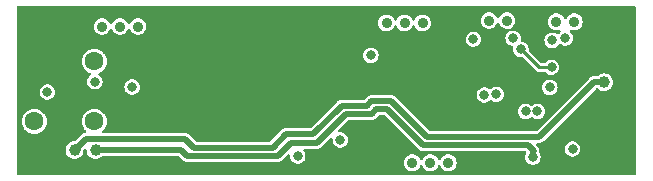
<source format=gbr>
%TF.GenerationSoftware,KiCad,Pcbnew,7.0.7*%
%TF.CreationDate,2024-07-30T16:01:34+03:00*%
%TF.ProjectId,Main_PCB_002,4d61696e-5f50-4434-925f-3030322e6b69,rev?*%
%TF.SameCoordinates,Original*%
%TF.FileFunction,Copper,L2,Inr*%
%TF.FilePolarity,Positive*%
%FSLAX46Y46*%
G04 Gerber Fmt 4.6, Leading zero omitted, Abs format (unit mm)*
G04 Created by KiCad (PCBNEW 7.0.7) date 2024-07-30 16:01:34*
%MOMM*%
%LPD*%
G01*
G04 APERTURE LIST*
%TA.AperFunction,ComponentPad*%
%ADD10C,0.900000*%
%TD*%
%TA.AperFunction,ComponentPad*%
%ADD11C,1.600000*%
%TD*%
%TA.AperFunction,ComponentPad*%
%ADD12C,2.200000*%
%TD*%
%TA.AperFunction,ComponentPad*%
%ADD13C,1.000000*%
%TD*%
%TA.AperFunction,ComponentPad*%
%ADD14C,0.499999*%
%TD*%
%TA.AperFunction,ViaPad*%
%ADD15C,0.800000*%
%TD*%
%TA.AperFunction,Conductor*%
%ADD16C,0.500000*%
%TD*%
%TA.AperFunction,Conductor*%
%ADD17C,0.250000*%
%TD*%
G04 APERTURE END LIST*
D10*
%TO.N,Net-(D11-Conn)*%
%TO.C,D27*%
X87325200Y-63855600D03*
%TD*%
D11*
%TO.N,Net-(D3-Conn)*%
%TO.C,D3*%
X60401200Y-60350400D03*
%TD*%
%TO.N,GND2*%
%TO.C,D19*%
X55321200Y-55270400D03*
%TD*%
D12*
%TO.N,GND2*%
%TO.C,D29*%
X55626000Y-63246000D03*
%TD*%
D10*
%TO.N,Net-(D12-Conn)*%
%TO.C,D12*%
X62585600Y-52324000D03*
%TD*%
D11*
%TO.N,Net-(D2-Conn)*%
%TO.C,D2*%
X60401200Y-55270400D03*
%TD*%
D12*
%TO.N,GND2*%
%TO.C,D30*%
X104394000Y-52578000D03*
%TD*%
D10*
%TO.N,GND2*%
%TO.C,D20*%
X89712800Y-52019200D03*
%TD*%
D13*
%TO.N,GND2*%
%TO.C,D18*%
X103581200Y-58674000D03*
%TD*%
D10*
%TO.N,Net-(D13-Conn)*%
%TO.C,D22*%
X88188800Y-52019200D03*
%TD*%
D11*
%TO.N,Net-(D1-Conn)*%
%TO.C,D1*%
X55321200Y-60350400D03*
%TD*%
D10*
%TO.N,Net-(D12-Conn)*%
%TO.C,D25*%
X88849200Y-63855600D03*
%TD*%
%TO.N,GND2*%
%TO.C,D21*%
X91897200Y-63855600D03*
%TD*%
%TO.N,GND2*%
%TO.C,D10*%
X97993200Y-51917600D03*
%TD*%
%TO.N,Net-(D7-Conn)*%
%TO.C,D7*%
X95351600Y-51816000D03*
%TD*%
%TO.N,Net-(D12-Conn)*%
%TO.C,D24*%
X86664800Y-52019200D03*
%TD*%
D13*
%TO.N,Net-(D16-Conn)*%
%TO.C,D17*%
X103581200Y-57048400D03*
%TD*%
D14*
%TO.N,GND2*%
%TO.C,U4*%
X81012599Y-57067600D03*
X82012600Y-55867600D03*
X82012600Y-57067600D03*
X82012600Y-58267600D03*
X83012601Y-57067600D03*
%TD*%
D10*
%TO.N,Net-(D13-Conn)*%
%TO.C,D23*%
X90373200Y-63855600D03*
%TD*%
%TO.N,Net-(D13-Conn)*%
%TO.C,D13*%
X61061600Y-52324000D03*
%TD*%
D13*
%TO.N,Net-(D16-Conn)*%
%TO.C,D16*%
X58724800Y-62788800D03*
%TD*%
D10*
%TO.N,Net-(D11-Conn)*%
%TO.C,D11*%
X64109600Y-52324000D03*
%TD*%
%TO.N,Net-(D8-Conn)*%
%TO.C,D8*%
X101041200Y-51917600D03*
%TD*%
D12*
%TO.N,GND2*%
%TO.C,D28*%
X55626000Y-52324000D03*
%TD*%
D14*
%TO.N,GND2*%
%TO.C,U3*%
X83539899Y-61385600D03*
X84539900Y-60185600D03*
X84539900Y-61385600D03*
X84539900Y-62585600D03*
X85539901Y-61385600D03*
%TD*%
D10*
%TO.N,Net-(D9-Conn)*%
%TO.C,D9*%
X99517200Y-51917600D03*
%TD*%
%TO.N,GND2*%
%TO.C,D14*%
X59563000Y-52349400D03*
%TD*%
%TO.N,Net-(D6-Conn)*%
%TO.C,D6*%
X93827600Y-51816000D03*
%TD*%
D12*
%TO.N,GND2*%
%TO.C,D31*%
X104394000Y-63246000D03*
%TD*%
D13*
%TO.N,Net-(D15-Conn)*%
%TO.C,D15*%
X60502800Y-62788800D03*
%TD*%
D10*
%TO.N,Net-(D11-Conn)*%
%TO.C,D26*%
X85140800Y-52019200D03*
%TD*%
D15*
%TO.N,Net-(U2-PA5)*%
X98971353Y-57486101D03*
X56426100Y-57873900D03*
%TO.N,GND2*%
X99629577Y-61401247D03*
X94192352Y-56031975D03*
X99656259Y-56637226D03*
X73609200Y-55930800D03*
X94661803Y-59513546D03*
X73609200Y-59080400D03*
X95910400Y-63385100D03*
X102362000Y-54203600D03*
X73609200Y-60096400D03*
X79095600Y-55626000D03*
X73660000Y-54762400D03*
X86614000Y-57150000D03*
X77384701Y-53457901D03*
X73609200Y-58013600D03*
X67056000Y-59436000D03*
X104241600Y-55422800D03*
X73609200Y-61163200D03*
X65278000Y-55118000D03*
X88290400Y-57759600D03*
X75666600Y-52247800D03*
%TO.N,Net-(D7-Conn)*%
X97924745Y-59514700D03*
%TO.N,Net-(D11-Conn)*%
X77622400Y-63296800D03*
%TO.N,Net-(D13-Conn)*%
X100888800Y-62687200D03*
%TO.N,Net-(D15-Conn)*%
X97536000Y-63385100D03*
%TO.N,Net-(D6-Conn)*%
X96925243Y-59514700D03*
%TO.N,Net-(U2-PB5)*%
X60452000Y-56997600D03*
X95855301Y-53315500D03*
%TO.N,Net-(U2-PB4)*%
X96520000Y-54254400D03*
X63601600Y-57454343D03*
X99110800Y-55778400D03*
%TO.N,Net-(U2-PA1)*%
X92494408Y-53397971D03*
X93421200Y-58115200D03*
%TO.N,Net-(U2-PA0)*%
X94437200Y-58064400D03*
X83820000Y-54762400D03*
%TO.N,Net-(D12-Conn)*%
X100279200Y-53289200D03*
%TO.N,Net-(U2-PB3)*%
X99161600Y-53492400D03*
X81229200Y-61925200D03*
X81229200Y-61925200D03*
%TD*%
D16*
%TO.N,Net-(D16-Conn)*%
X68087200Y-61838800D02*
X68834000Y-62585600D01*
X78943200Y-61417200D02*
X81330800Y-59029600D01*
X68834000Y-62585600D02*
X75488800Y-62585600D01*
X98044000Y-61671200D02*
X102666800Y-57048400D01*
X75488800Y-62585600D02*
X76657200Y-61417200D01*
X76657200Y-61417200D02*
X78943200Y-61417200D01*
X83859600Y-58634400D02*
X85507599Y-58634400D01*
X58724800Y-62788800D02*
X59674800Y-61838800D01*
X59674800Y-61838800D02*
X68087200Y-61838800D01*
X102666800Y-57048400D02*
X103581200Y-57048400D01*
X83464400Y-59029600D02*
X83859600Y-58634400D01*
X85507599Y-58634400D02*
X88544400Y-61671200D01*
X88544400Y-61671200D02*
X98044000Y-61671200D01*
X81330800Y-59029600D02*
X83464400Y-59029600D01*
%TO.N,Net-(D15-Conn)*%
X60502800Y-62788800D02*
X67767200Y-62788800D01*
X97536000Y-62890400D02*
X97536000Y-63385100D01*
X97586800Y-62839600D02*
X97536000Y-62890400D01*
X67767200Y-62788800D02*
X68264000Y-63285600D01*
X79248000Y-62179200D02*
X81697600Y-59729600D01*
X81697600Y-59729600D02*
X83882000Y-59729600D01*
X75946000Y-63285600D02*
X77052400Y-62179200D01*
X85217650Y-59334400D02*
X88265650Y-62382400D01*
X83882000Y-59729600D02*
X84277200Y-59334400D01*
X77052400Y-62179200D02*
X79248000Y-62179200D01*
X84277200Y-59334400D02*
X85217650Y-59334400D01*
X68264000Y-63285600D02*
X75946000Y-63285600D01*
X88265650Y-62382400D02*
X97129600Y-62382400D01*
X97129600Y-62382400D02*
X97586800Y-62839600D01*
D17*
%TO.N,Net-(U2-PB4)*%
X99110800Y-55778400D02*
X98044000Y-55778400D01*
X98044000Y-55778400D02*
X96520000Y-54254400D01*
%TD*%
%TA.AperFunction,Conductor*%
%TO.N,GND2*%
G36*
X106206139Y-50576185D02*
G01*
X106251894Y-50628989D01*
X106263100Y-50680500D01*
X106263100Y-64787900D01*
X106243415Y-64854939D01*
X106190611Y-64900694D01*
X106139100Y-64911900D01*
X53982500Y-64911900D01*
X53915461Y-64892215D01*
X53869706Y-64839411D01*
X53858500Y-64787900D01*
X53858500Y-62788802D01*
X57969551Y-62788802D01*
X57988485Y-62956856D01*
X58044345Y-63116494D01*
X58044347Y-63116497D01*
X58134318Y-63259684D01*
X58134323Y-63259690D01*
X58253909Y-63379276D01*
X58253915Y-63379281D01*
X58397102Y-63469252D01*
X58397105Y-63469254D01*
X58397109Y-63469255D01*
X58397110Y-63469256D01*
X58469713Y-63494660D01*
X58556743Y-63525114D01*
X58724797Y-63544049D01*
X58724800Y-63544049D01*
X58724803Y-63544049D01*
X58892856Y-63525114D01*
X58892859Y-63525113D01*
X59052490Y-63469256D01*
X59052492Y-63469254D01*
X59052494Y-63469254D01*
X59052497Y-63469252D01*
X59195684Y-63379281D01*
X59195685Y-63379280D01*
X59195690Y-63379277D01*
X59315277Y-63259690D01*
X59336142Y-63226484D01*
X59405252Y-63116497D01*
X59405254Y-63116494D01*
X59405254Y-63116492D01*
X59405256Y-63116490D01*
X59461113Y-62956859D01*
X59461113Y-62956857D01*
X59461114Y-62956855D01*
X59480829Y-62781880D01*
X59483156Y-62782142D01*
X59499734Y-62725687D01*
X59516366Y-62705047D01*
X59523596Y-62697817D01*
X59536963Y-62684449D01*
X59598283Y-62650964D01*
X59667975Y-62655947D01*
X59723909Y-62697817D01*
X59748328Y-62763281D01*
X59747865Y-62786006D01*
X59747551Y-62788794D01*
X59747551Y-62788802D01*
X59766485Y-62956856D01*
X59822345Y-63116494D01*
X59822347Y-63116497D01*
X59912318Y-63259684D01*
X59912323Y-63259690D01*
X60031909Y-63379276D01*
X60031915Y-63379281D01*
X60175102Y-63469252D01*
X60175105Y-63469254D01*
X60175109Y-63469255D01*
X60175110Y-63469256D01*
X60247713Y-63494660D01*
X60334743Y-63525114D01*
X60502797Y-63544049D01*
X60502800Y-63544049D01*
X60502803Y-63544049D01*
X60670856Y-63525114D01*
X60670859Y-63525113D01*
X60830490Y-63469256D01*
X60830492Y-63469254D01*
X60830494Y-63469254D01*
X60830497Y-63469252D01*
X60973684Y-63379281D01*
X60973685Y-63379280D01*
X60973690Y-63379277D01*
X61027347Y-63325618D01*
X61088671Y-63292134D01*
X61115029Y-63289300D01*
X67508524Y-63289300D01*
X67575563Y-63308985D01*
X67596205Y-63325619D01*
X67862614Y-63592027D01*
X67879250Y-63612671D01*
X67881857Y-63616728D01*
X67921063Y-63650700D01*
X67924304Y-63653717D01*
X67935407Y-63664820D01*
X67935410Y-63664822D01*
X67935412Y-63664824D01*
X67947970Y-63674225D01*
X67951418Y-63677003D01*
X67990623Y-63710974D01*
X67990624Y-63710975D01*
X67990625Y-63710975D01*
X67990627Y-63710977D01*
X67995010Y-63712979D01*
X68017807Y-63726505D01*
X68021669Y-63729396D01*
X68070295Y-63747532D01*
X68074351Y-63749212D01*
X68096457Y-63759308D01*
X68121540Y-63770764D01*
X68121541Y-63770764D01*
X68121543Y-63770765D01*
X68126312Y-63771450D01*
X68152002Y-63778007D01*
X68156517Y-63779691D01*
X68208258Y-63783391D01*
X68212657Y-63783864D01*
X68228201Y-63786100D01*
X68243906Y-63786100D01*
X68248328Y-63786257D01*
X68300073Y-63789959D01*
X68304784Y-63788934D01*
X68331143Y-63786100D01*
X75878857Y-63786100D01*
X75905215Y-63788934D01*
X75909927Y-63789959D01*
X75961671Y-63786257D01*
X75966094Y-63786100D01*
X75981799Y-63786100D01*
X75997342Y-63783864D01*
X76001740Y-63783391D01*
X76053483Y-63779691D01*
X76057992Y-63778008D01*
X76083685Y-63771450D01*
X76088457Y-63770765D01*
X76135646Y-63749213D01*
X76139736Y-63747520D01*
X76168638Y-63736740D01*
X76188329Y-63729397D01*
X76188329Y-63729396D01*
X76188331Y-63729396D01*
X76192189Y-63726507D01*
X76214995Y-63712975D01*
X76219373Y-63710977D01*
X76258564Y-63677016D01*
X76262014Y-63674237D01*
X76264930Y-63672053D01*
X76274593Y-63664821D01*
X76285720Y-63653692D01*
X76288925Y-63650709D01*
X76328143Y-63616728D01*
X76330751Y-63612668D01*
X76347381Y-63592031D01*
X76757882Y-63181531D01*
X76819202Y-63148048D01*
X76888894Y-63153032D01*
X76944827Y-63194904D01*
X76969244Y-63260368D01*
X76968656Y-63284156D01*
X76967122Y-63296793D01*
X76967122Y-63296800D01*
X76986162Y-63453618D01*
X77035487Y-63583676D01*
X77042180Y-63601323D01*
X77131917Y-63731330D01*
X77250160Y-63836083D01*
X77250162Y-63836084D01*
X77390034Y-63909496D01*
X77543414Y-63947300D01*
X77543415Y-63947300D01*
X77701385Y-63947300D01*
X77854765Y-63909496D01*
X77854765Y-63909495D01*
X77957453Y-63855600D01*
X86619555Y-63855600D01*
X86640059Y-64024469D01*
X86640060Y-64024474D01*
X86700382Y-64183531D01*
X86762675Y-64273777D01*
X86797017Y-64323529D01*
X86902705Y-64417160D01*
X86924350Y-64436336D01*
X87074973Y-64515389D01*
X87074975Y-64515390D01*
X87240144Y-64556100D01*
X87410256Y-64556100D01*
X87575425Y-64515390D01*
X87654892Y-64473681D01*
X87726049Y-64436336D01*
X87726050Y-64436334D01*
X87726052Y-64436334D01*
X87853383Y-64323529D01*
X87950018Y-64183530D01*
X87971258Y-64127523D01*
X88013435Y-64071821D01*
X88079033Y-64047763D01*
X88147223Y-64062990D01*
X88196357Y-64112665D01*
X88203142Y-64127524D01*
X88224381Y-64183528D01*
X88224382Y-64183531D01*
X88286675Y-64273777D01*
X88321017Y-64323529D01*
X88426705Y-64417160D01*
X88448350Y-64436336D01*
X88598973Y-64515389D01*
X88598975Y-64515390D01*
X88764144Y-64556100D01*
X88934256Y-64556100D01*
X89099425Y-64515390D01*
X89178892Y-64473681D01*
X89250049Y-64436336D01*
X89250050Y-64436334D01*
X89250052Y-64436334D01*
X89377383Y-64323529D01*
X89474018Y-64183530D01*
X89495258Y-64127523D01*
X89537435Y-64071821D01*
X89603033Y-64047763D01*
X89671223Y-64062990D01*
X89720357Y-64112665D01*
X89727142Y-64127524D01*
X89748381Y-64183528D01*
X89748382Y-64183531D01*
X89810675Y-64273777D01*
X89845017Y-64323529D01*
X89950705Y-64417160D01*
X89972350Y-64436336D01*
X90122973Y-64515389D01*
X90122975Y-64515390D01*
X90288144Y-64556100D01*
X90458256Y-64556100D01*
X90623425Y-64515390D01*
X90702892Y-64473681D01*
X90774049Y-64436336D01*
X90774050Y-64436334D01*
X90774052Y-64436334D01*
X90901383Y-64323529D01*
X90998018Y-64183530D01*
X91058340Y-64024472D01*
X91078845Y-63855600D01*
X91058340Y-63686728D01*
X91054103Y-63675557D01*
X91025951Y-63601324D01*
X90998018Y-63527670D01*
X90901383Y-63387671D01*
X90802305Y-63299896D01*
X90774049Y-63274863D01*
X90623426Y-63195810D01*
X90458256Y-63155100D01*
X90288144Y-63155100D01*
X90122973Y-63195810D01*
X89972350Y-63274863D01*
X89845016Y-63387672D01*
X89748382Y-63527668D01*
X89748382Y-63527669D01*
X89727142Y-63583676D01*
X89684964Y-63639379D01*
X89619367Y-63663436D01*
X89551176Y-63648209D01*
X89502043Y-63598533D01*
X89495258Y-63583676D01*
X89474018Y-63527670D01*
X89377383Y-63387671D01*
X89278305Y-63299896D01*
X89250049Y-63274863D01*
X89099426Y-63195810D01*
X88934256Y-63155100D01*
X88764144Y-63155100D01*
X88598973Y-63195810D01*
X88448350Y-63274863D01*
X88321016Y-63387672D01*
X88224382Y-63527668D01*
X88224382Y-63527669D01*
X88203142Y-63583676D01*
X88160964Y-63639379D01*
X88095367Y-63663436D01*
X88027176Y-63648209D01*
X87978043Y-63598533D01*
X87971258Y-63583676D01*
X87950018Y-63527670D01*
X87853383Y-63387671D01*
X87754305Y-63299896D01*
X87726049Y-63274863D01*
X87575426Y-63195810D01*
X87410256Y-63155100D01*
X87240144Y-63155100D01*
X87074973Y-63195810D01*
X86924350Y-63274863D01*
X86797016Y-63387672D01*
X86700382Y-63527668D01*
X86640060Y-63686725D01*
X86640059Y-63686730D01*
X86619555Y-63855600D01*
X77957453Y-63855600D01*
X77994640Y-63836083D01*
X78112883Y-63731330D01*
X78202620Y-63601323D01*
X78258637Y-63453618D01*
X78277678Y-63296800D01*
X78277112Y-63292134D01*
X78258637Y-63139981D01*
X78207015Y-63003866D01*
X78202620Y-62992277D01*
X78121075Y-62874139D01*
X78099193Y-62807786D01*
X78116658Y-62740134D01*
X78167926Y-62692664D01*
X78223126Y-62679700D01*
X79180857Y-62679700D01*
X79207215Y-62682534D01*
X79211927Y-62683559D01*
X79263671Y-62679857D01*
X79268094Y-62679700D01*
X79283799Y-62679700D01*
X79299342Y-62677464D01*
X79303740Y-62676991D01*
X79355483Y-62673291D01*
X79359992Y-62671608D01*
X79385685Y-62665050D01*
X79390457Y-62664365D01*
X79437646Y-62642813D01*
X79441728Y-62641122D01*
X79470638Y-62630340D01*
X79490329Y-62622997D01*
X79490329Y-62622996D01*
X79490331Y-62622996D01*
X79494189Y-62620107D01*
X79516995Y-62606575D01*
X79521373Y-62604577D01*
X79560564Y-62570616D01*
X79564014Y-62567837D01*
X79566930Y-62565653D01*
X79576593Y-62558421D01*
X79587720Y-62547292D01*
X79590925Y-62544309D01*
X79630143Y-62510328D01*
X79632751Y-62506268D01*
X79649381Y-62485631D01*
X80370154Y-61764858D01*
X80431475Y-61731375D01*
X80501167Y-61736359D01*
X80557100Y-61778231D01*
X80581517Y-61843695D01*
X80580929Y-61867486D01*
X80573922Y-61925198D01*
X80573922Y-61925200D01*
X80592962Y-62082018D01*
X80648980Y-62229722D01*
X80648980Y-62229723D01*
X80738717Y-62359730D01*
X80856960Y-62464483D01*
X80856962Y-62464484D01*
X80996834Y-62537896D01*
X81150214Y-62575700D01*
X81150215Y-62575700D01*
X81308185Y-62575700D01*
X81461565Y-62537896D01*
X81464082Y-62536575D01*
X81601440Y-62464483D01*
X81719683Y-62359730D01*
X81809420Y-62229723D01*
X81865437Y-62082018D01*
X81884478Y-61925200D01*
X81865437Y-61768382D01*
X81864101Y-61764860D01*
X81844192Y-61712363D01*
X81809420Y-61620677D01*
X81719683Y-61490670D01*
X81601440Y-61385917D01*
X81601438Y-61385916D01*
X81601437Y-61385915D01*
X81461565Y-61312503D01*
X81308186Y-61274700D01*
X81308185Y-61274700D01*
X81159676Y-61274700D01*
X81092637Y-61255015D01*
X81046882Y-61202211D01*
X81036938Y-61133053D01*
X81065963Y-61069497D01*
X81071995Y-61063019D01*
X81868595Y-60266419D01*
X81929918Y-60232934D01*
X81956276Y-60230100D01*
X83814857Y-60230100D01*
X83841215Y-60232934D01*
X83845927Y-60233959D01*
X83897671Y-60230257D01*
X83902094Y-60230100D01*
X83917799Y-60230100D01*
X83933342Y-60227864D01*
X83937740Y-60227391D01*
X83989483Y-60223691D01*
X83993992Y-60222008D01*
X84019685Y-60215450D01*
X84024457Y-60214765D01*
X84071646Y-60193213D01*
X84075728Y-60191522D01*
X84104638Y-60180740D01*
X84124329Y-60173397D01*
X84124329Y-60173396D01*
X84124331Y-60173396D01*
X84128189Y-60170507D01*
X84150995Y-60156975D01*
X84155373Y-60154977D01*
X84194564Y-60121016D01*
X84198014Y-60118237D01*
X84200930Y-60116053D01*
X84210593Y-60108821D01*
X84221720Y-60097692D01*
X84224925Y-60094709D01*
X84264143Y-60060728D01*
X84266751Y-60056670D01*
X84283381Y-60036031D01*
X84448196Y-59871217D01*
X84509518Y-59837734D01*
X84535876Y-59834900D01*
X84958974Y-59834900D01*
X85026013Y-59854585D01*
X85046655Y-59871219D01*
X87864264Y-62688828D01*
X87880896Y-62709466D01*
X87883504Y-62713525D01*
X87883507Y-62713528D01*
X87922717Y-62747503D01*
X87925933Y-62750497D01*
X87937057Y-62761621D01*
X87937062Y-62761624D01*
X87937067Y-62761629D01*
X87949629Y-62771033D01*
X87953077Y-62773811D01*
X87983597Y-62800256D01*
X87992277Y-62807777D01*
X87996660Y-62809779D01*
X88019457Y-62823305D01*
X88023319Y-62826196D01*
X88071945Y-62844332D01*
X88076001Y-62846012D01*
X88098107Y-62856108D01*
X88123190Y-62867564D01*
X88123191Y-62867564D01*
X88123193Y-62867565D01*
X88127962Y-62868250D01*
X88153652Y-62874807D01*
X88158167Y-62876491D01*
X88209908Y-62880191D01*
X88214307Y-62880664D01*
X88229851Y-62882900D01*
X88245556Y-62882900D01*
X88249978Y-62883057D01*
X88301723Y-62886759D01*
X88306434Y-62885734D01*
X88332793Y-62882900D01*
X96855965Y-62882900D01*
X96923004Y-62902585D01*
X96968759Y-62955389D01*
X96978703Y-63024547D01*
X96958015Y-63077337D01*
X96956466Y-63079582D01*
X96955779Y-63080578D01*
X96899762Y-63228281D01*
X96880722Y-63385099D01*
X96880722Y-63385100D01*
X96899762Y-63541918D01*
X96946370Y-63664811D01*
X96955780Y-63689623D01*
X97045517Y-63819630D01*
X97163760Y-63924383D01*
X97163762Y-63924384D01*
X97303634Y-63997796D01*
X97457014Y-64035600D01*
X97457015Y-64035600D01*
X97614985Y-64035600D01*
X97768365Y-63997796D01*
X97768364Y-63997795D01*
X97908240Y-63924383D01*
X98026483Y-63819630D01*
X98116220Y-63689623D01*
X98172237Y-63541918D01*
X98191278Y-63385100D01*
X98190572Y-63379281D01*
X98172237Y-63228281D01*
X98131826Y-63121728D01*
X98116220Y-63080577D01*
X98097684Y-63053723D01*
X98075801Y-62987369D01*
X98080902Y-62956168D01*
X98079005Y-62955756D01*
X98080890Y-62947087D01*
X98080890Y-62947085D01*
X98080891Y-62947083D01*
X98082838Y-62919851D01*
X98085356Y-62902342D01*
X98089551Y-62883058D01*
X98091158Y-62875673D01*
X98089210Y-62848440D01*
X98089210Y-62830770D01*
X98091159Y-62803527D01*
X98085354Y-62776845D01*
X98082837Y-62759331D01*
X98082094Y-62748946D01*
X98080891Y-62732117D01*
X98071349Y-62706536D01*
X98066371Y-62689580D01*
X98065853Y-62687200D01*
X100233522Y-62687200D01*
X100252562Y-62844018D01*
X100295358Y-62956859D01*
X100308580Y-62991723D01*
X100398317Y-63121730D01*
X100516560Y-63226483D01*
X100516562Y-63226484D01*
X100656434Y-63299896D01*
X100809814Y-63337700D01*
X100809815Y-63337700D01*
X100967785Y-63337700D01*
X101121165Y-63299896D01*
X101141354Y-63289300D01*
X101261040Y-63226483D01*
X101379283Y-63121730D01*
X101469020Y-62991723D01*
X101525037Y-62844018D01*
X101544078Y-62687200D01*
X101543512Y-62682534D01*
X101525037Y-62530381D01*
X101488791Y-62434809D01*
X101469020Y-62382677D01*
X101379283Y-62252670D01*
X101261040Y-62147917D01*
X101261038Y-62147916D01*
X101261037Y-62147915D01*
X101121165Y-62074503D01*
X100967786Y-62036700D01*
X100967785Y-62036700D01*
X100809815Y-62036700D01*
X100809814Y-62036700D01*
X100656434Y-62074503D01*
X100516562Y-62147915D01*
X100398316Y-62252671D01*
X100308581Y-62382675D01*
X100308580Y-62382676D01*
X100252562Y-62530381D01*
X100233522Y-62687199D01*
X100233522Y-62687200D01*
X98065853Y-62687200D01*
X98060566Y-62662894D01*
X98060564Y-62662891D01*
X98060564Y-62662889D01*
X98047481Y-62638929D01*
X98040131Y-62622835D01*
X98030597Y-62597273D01*
X98030594Y-62597268D01*
X98014238Y-62575419D01*
X98004675Y-62560539D01*
X97991591Y-62536577D01*
X97889823Y-62434809D01*
X97838394Y-62383380D01*
X97804910Y-62322058D01*
X97809894Y-62252366D01*
X97851766Y-62196433D01*
X97917230Y-62172016D01*
X97926076Y-62171700D01*
X97976857Y-62171700D01*
X98003215Y-62174534D01*
X98007927Y-62175559D01*
X98059671Y-62171857D01*
X98064094Y-62171700D01*
X98079799Y-62171700D01*
X98095342Y-62169464D01*
X98099740Y-62168991D01*
X98151483Y-62165291D01*
X98155992Y-62163608D01*
X98181685Y-62157050D01*
X98186457Y-62156365D01*
X98233646Y-62134813D01*
X98237728Y-62133122D01*
X98266638Y-62122340D01*
X98286329Y-62114997D01*
X98286329Y-62114996D01*
X98286331Y-62114996D01*
X98290189Y-62112107D01*
X98312995Y-62098575D01*
X98317373Y-62096577D01*
X98356564Y-62062616D01*
X98360014Y-62059837D01*
X98362930Y-62057653D01*
X98372593Y-62050421D01*
X98383720Y-62039292D01*
X98386925Y-62036309D01*
X98426143Y-62002328D01*
X98428751Y-61998268D01*
X98445381Y-61977631D01*
X102837794Y-57585219D01*
X102899118Y-57551734D01*
X102925476Y-57548900D01*
X102968971Y-57548900D01*
X103036010Y-57568585D01*
X103056652Y-57585219D01*
X103110309Y-57638876D01*
X103110315Y-57638881D01*
X103253502Y-57728852D01*
X103253505Y-57728854D01*
X103253509Y-57728855D01*
X103253510Y-57728856D01*
X103326113Y-57754260D01*
X103413143Y-57784714D01*
X103581197Y-57803649D01*
X103581200Y-57803649D01*
X103581203Y-57803649D01*
X103749256Y-57784714D01*
X103749259Y-57784713D01*
X103908890Y-57728856D01*
X103908892Y-57728854D01*
X103908894Y-57728854D01*
X103908897Y-57728852D01*
X104052084Y-57638881D01*
X104052085Y-57638880D01*
X104052090Y-57638877D01*
X104171677Y-57519290D01*
X104171681Y-57519284D01*
X104261652Y-57376097D01*
X104261654Y-57376094D01*
X104261654Y-57376092D01*
X104261656Y-57376090D01*
X104317513Y-57216459D01*
X104317513Y-57216458D01*
X104317514Y-57216456D01*
X104336449Y-57048402D01*
X104336449Y-57048397D01*
X104317514Y-56880343D01*
X104269094Y-56741968D01*
X104261656Y-56720710D01*
X104261655Y-56720709D01*
X104261654Y-56720705D01*
X104261652Y-56720702D01*
X104171681Y-56577515D01*
X104171676Y-56577509D01*
X104052090Y-56457923D01*
X104052084Y-56457918D01*
X103908897Y-56367947D01*
X103908894Y-56367945D01*
X103749256Y-56312085D01*
X103581203Y-56293151D01*
X103581197Y-56293151D01*
X103413143Y-56312085D01*
X103253505Y-56367945D01*
X103253502Y-56367947D01*
X103110315Y-56457918D01*
X103110309Y-56457923D01*
X103056652Y-56511581D01*
X102995329Y-56545066D01*
X102968971Y-56547900D01*
X102733938Y-56547900D01*
X102707581Y-56545066D01*
X102702876Y-56544042D01*
X102702868Y-56544042D01*
X102658157Y-56547240D01*
X102651137Y-56547742D01*
X102646715Y-56547900D01*
X102630999Y-56547900D01*
X102615446Y-56550136D01*
X102611050Y-56550608D01*
X102559317Y-56554309D01*
X102559314Y-56554310D01*
X102554796Y-56555995D01*
X102529120Y-56562548D01*
X102524341Y-56563235D01*
X102477155Y-56584784D01*
X102473067Y-56586477D01*
X102424468Y-56604605D01*
X102424467Y-56604606D01*
X102420602Y-56607499D01*
X102397820Y-56621016D01*
X102393431Y-56623020D01*
X102393430Y-56623021D01*
X102393428Y-56623022D01*
X102393427Y-56623023D01*
X102378994Y-56635528D01*
X102354217Y-56656997D01*
X102350773Y-56659772D01*
X102338206Y-56669180D01*
X102338202Y-56669183D01*
X102338203Y-56669183D01*
X102327090Y-56680293D01*
X102323856Y-56683304D01*
X102284662Y-56717266D01*
X102284654Y-56717276D01*
X102282043Y-56721338D01*
X102265416Y-56741968D01*
X97873005Y-61134381D01*
X97811682Y-61167866D01*
X97785324Y-61170700D01*
X88803076Y-61170700D01*
X88736037Y-61151015D01*
X88715395Y-61134381D01*
X87095713Y-59514700D01*
X96269965Y-59514700D01*
X96289005Y-59671518D01*
X96345023Y-59819222D01*
X96345023Y-59819223D01*
X96434760Y-59949230D01*
X96553003Y-60053983D01*
X96553005Y-60053984D01*
X96692877Y-60127396D01*
X96846257Y-60165200D01*
X96846258Y-60165200D01*
X97004228Y-60165200D01*
X97157608Y-60127396D01*
X97219927Y-60094688D01*
X97297483Y-60053983D01*
X97342768Y-60013863D01*
X97405999Y-59984143D01*
X97475263Y-59993326D01*
X97507217Y-60013861D01*
X97552505Y-60053983D01*
X97552507Y-60053984D01*
X97692379Y-60127396D01*
X97845759Y-60165200D01*
X97845760Y-60165200D01*
X98003730Y-60165200D01*
X98157110Y-60127396D01*
X98219429Y-60094688D01*
X98296985Y-60053983D01*
X98415228Y-59949230D01*
X98504965Y-59819223D01*
X98560982Y-59671518D01*
X98580023Y-59514700D01*
X98574926Y-59472717D01*
X98560982Y-59357881D01*
X98537065Y-59294817D01*
X98504965Y-59210177D01*
X98415228Y-59080170D01*
X98296985Y-58975417D01*
X98296983Y-58975416D01*
X98296982Y-58975415D01*
X98157110Y-58902003D01*
X98003731Y-58864200D01*
X98003730Y-58864200D01*
X97845760Y-58864200D01*
X97845759Y-58864200D01*
X97692379Y-58902003D01*
X97552507Y-58975415D01*
X97507221Y-59015535D01*
X97443987Y-59045256D01*
X97374724Y-59036072D01*
X97342767Y-59015535D01*
X97297483Y-58975417D01*
X97297481Y-58975416D01*
X97297480Y-58975415D01*
X97157608Y-58902003D01*
X97004229Y-58864200D01*
X97004228Y-58864200D01*
X96846258Y-58864200D01*
X96846257Y-58864200D01*
X96692877Y-58902003D01*
X96553005Y-58975415D01*
X96434759Y-59080171D01*
X96345024Y-59210175D01*
X96345023Y-59210176D01*
X96289005Y-59357881D01*
X96269965Y-59514699D01*
X96269965Y-59514700D01*
X87095713Y-59514700D01*
X85908984Y-58327971D01*
X85892349Y-58307328D01*
X85889744Y-58303274D01*
X85889741Y-58303271D01*
X85882746Y-58297210D01*
X85850531Y-58269296D01*
X85847299Y-58266286D01*
X85836195Y-58255182D01*
X85836187Y-58255175D01*
X85823612Y-58245762D01*
X85820182Y-58242998D01*
X85780972Y-58209023D01*
X85780970Y-58209022D01*
X85780966Y-58209019D01*
X85776582Y-58207017D01*
X85753793Y-58193496D01*
X85749930Y-58190604D01*
X85749928Y-58190603D01*
X85701315Y-58172471D01*
X85697241Y-58170783D01*
X85650056Y-58149235D01*
X85650054Y-58149234D01*
X85645281Y-58148548D01*
X85619599Y-58141993D01*
X85615084Y-58140309D01*
X85563339Y-58136607D01*
X85558942Y-58136134D01*
X85543398Y-58133900D01*
X85527693Y-58133900D01*
X85523270Y-58133742D01*
X85505682Y-58132484D01*
X85471528Y-58130041D01*
X85471524Y-58130041D01*
X85466814Y-58131066D01*
X85440456Y-58133900D01*
X83926743Y-58133900D01*
X83900385Y-58131066D01*
X83895674Y-58130041D01*
X83895670Y-58130041D01*
X83857152Y-58132796D01*
X83843928Y-58133742D01*
X83839506Y-58133900D01*
X83823799Y-58133900D01*
X83808256Y-58136134D01*
X83803860Y-58136607D01*
X83752117Y-58140309D01*
X83752113Y-58140310D01*
X83747586Y-58141998D01*
X83721927Y-58148546D01*
X83717150Y-58149233D01*
X83717143Y-58149235D01*
X83669953Y-58170785D01*
X83665864Y-58172478D01*
X83617275Y-58190600D01*
X83617264Y-58190606D01*
X83613399Y-58193500D01*
X83590620Y-58207015D01*
X83586236Y-58209017D01*
X83586226Y-58209023D01*
X83562276Y-58229775D01*
X83547033Y-58242984D01*
X83543596Y-58245754D01*
X83531002Y-58255181D01*
X83519891Y-58266292D01*
X83516655Y-58269305D01*
X83477461Y-58303267D01*
X83477450Y-58303280D01*
X83474840Y-58307341D01*
X83458215Y-58327969D01*
X83293403Y-58492782D01*
X83232083Y-58526266D01*
X83205724Y-58529100D01*
X81397943Y-58529100D01*
X81371585Y-58526266D01*
X81366874Y-58525241D01*
X81366870Y-58525241D01*
X81328352Y-58527996D01*
X81315128Y-58528942D01*
X81310706Y-58529100D01*
X81294999Y-58529100D01*
X81279456Y-58531334D01*
X81275060Y-58531807D01*
X81223317Y-58535509D01*
X81223313Y-58535510D01*
X81218786Y-58537198D01*
X81193127Y-58543746D01*
X81188350Y-58544433D01*
X81188343Y-58544435D01*
X81141153Y-58565985D01*
X81137064Y-58567678D01*
X81088475Y-58585800D01*
X81088468Y-58585804D01*
X81084600Y-58588700D01*
X81061819Y-58602217D01*
X81057428Y-58604222D01*
X81018228Y-58638187D01*
X81014788Y-58640960D01*
X81002208Y-58650378D01*
X80991098Y-58661486D01*
X80987864Y-58664497D01*
X80948658Y-58698470D01*
X80948656Y-58698473D01*
X80946045Y-58702536D01*
X80929415Y-58723170D01*
X78772205Y-60880381D01*
X78710882Y-60913866D01*
X78684524Y-60916700D01*
X76724343Y-60916700D01*
X76697985Y-60913866D01*
X76693274Y-60912841D01*
X76693270Y-60912841D01*
X76654752Y-60915596D01*
X76641528Y-60916542D01*
X76637106Y-60916700D01*
X76621399Y-60916700D01*
X76605856Y-60918934D01*
X76601460Y-60919407D01*
X76549717Y-60923109D01*
X76549713Y-60923110D01*
X76545186Y-60924798D01*
X76519527Y-60931346D01*
X76514750Y-60932033D01*
X76514743Y-60932035D01*
X76467553Y-60953585D01*
X76463464Y-60955278D01*
X76414875Y-60973400D01*
X76414864Y-60973406D01*
X76410999Y-60976300D01*
X76388220Y-60989815D01*
X76383836Y-60991817D01*
X76383826Y-60991823D01*
X76359876Y-61012575D01*
X76344628Y-61025787D01*
X76341196Y-61028554D01*
X76328602Y-61037981D01*
X76317491Y-61049092D01*
X76314255Y-61052105D01*
X76275061Y-61086067D01*
X76275054Y-61086076D01*
X76272443Y-61090138D01*
X76255816Y-61110768D01*
X75317805Y-62048781D01*
X75256482Y-62082266D01*
X75230124Y-62085100D01*
X69092676Y-62085100D01*
X69025637Y-62065415D01*
X69004995Y-62048781D01*
X68488585Y-61532371D01*
X68471950Y-61511728D01*
X68469345Y-61507674D01*
X68469342Y-61507671D01*
X68462347Y-61501610D01*
X68430132Y-61473696D01*
X68426900Y-61470686D01*
X68415796Y-61459582D01*
X68415788Y-61459575D01*
X68403213Y-61450162D01*
X68399783Y-61447398D01*
X68360573Y-61413423D01*
X68360571Y-61413422D01*
X68360567Y-61413419D01*
X68356183Y-61411417D01*
X68333394Y-61397896D01*
X68329531Y-61395004D01*
X68329529Y-61395003D01*
X68280916Y-61376871D01*
X68276842Y-61375183D01*
X68229657Y-61353635D01*
X68229655Y-61353634D01*
X68224882Y-61352948D01*
X68199200Y-61346393D01*
X68194685Y-61344709D01*
X68142940Y-61341007D01*
X68138543Y-61340534D01*
X68122999Y-61338300D01*
X68107294Y-61338300D01*
X68102871Y-61338142D01*
X68085283Y-61336884D01*
X68051129Y-61334441D01*
X68051125Y-61334441D01*
X68046415Y-61335466D01*
X68020057Y-61338300D01*
X61199911Y-61338300D01*
X61132872Y-61318615D01*
X61087117Y-61265811D01*
X61077173Y-61196653D01*
X61106198Y-61133097D01*
X61121246Y-61118447D01*
X61142086Y-61101343D01*
X61147610Y-61096810D01*
X61278885Y-60936850D01*
X61376432Y-60754354D01*
X61436500Y-60556334D01*
X61456783Y-60350400D01*
X61436500Y-60144466D01*
X61376432Y-59946446D01*
X61278885Y-59763950D01*
X61226902Y-59700609D01*
X61147610Y-59603989D01*
X60987652Y-59472717D01*
X60987653Y-59472717D01*
X60987650Y-59472715D01*
X60805154Y-59375168D01*
X60607134Y-59315100D01*
X60607132Y-59315099D01*
X60607134Y-59315099D01*
X60401200Y-59294817D01*
X60195267Y-59315099D01*
X59997243Y-59375169D01*
X59887098Y-59434043D01*
X59814750Y-59472715D01*
X59814748Y-59472716D01*
X59814747Y-59472717D01*
X59654789Y-59603989D01*
X59523517Y-59763947D01*
X59425969Y-59946443D01*
X59425968Y-59946445D01*
X59425968Y-59946446D01*
X59419098Y-59969092D01*
X59365899Y-60144467D01*
X59345617Y-60350399D01*
X59365899Y-60556332D01*
X59365900Y-60556334D01*
X59425968Y-60754354D01*
X59523515Y-60936850D01*
X59553511Y-60973400D01*
X59654789Y-61096810D01*
X59685161Y-61121735D01*
X59724496Y-61179481D01*
X59726367Y-61249326D01*
X59690180Y-61309094D01*
X59627424Y-61339810D01*
X59615346Y-61341273D01*
X59567316Y-61344709D01*
X59567313Y-61344710D01*
X59562786Y-61346398D01*
X59537127Y-61352946D01*
X59532350Y-61353633D01*
X59532343Y-61353635D01*
X59485153Y-61375185D01*
X59481064Y-61376878D01*
X59432475Y-61395000D01*
X59432464Y-61395006D01*
X59428599Y-61397900D01*
X59405820Y-61411415D01*
X59401436Y-61413417D01*
X59401426Y-61413423D01*
X59377476Y-61434175D01*
X59362233Y-61447384D01*
X59358796Y-61450154D01*
X59346202Y-61459581D01*
X59335091Y-61470692D01*
X59331855Y-61473705D01*
X59292661Y-61507667D01*
X59292654Y-61507676D01*
X59290043Y-61511738D01*
X59273416Y-61532368D01*
X58808553Y-61997232D01*
X58747230Y-62030717D01*
X58731676Y-62032389D01*
X58731720Y-62032771D01*
X58556743Y-62052485D01*
X58397105Y-62108345D01*
X58397102Y-62108347D01*
X58253915Y-62198318D01*
X58253909Y-62198323D01*
X58134323Y-62317909D01*
X58134318Y-62317915D01*
X58044347Y-62461102D01*
X58044345Y-62461105D01*
X57988485Y-62620743D01*
X57969551Y-62788797D01*
X57969551Y-62788802D01*
X53858500Y-62788802D01*
X53858500Y-60350399D01*
X54265617Y-60350399D01*
X54285899Y-60556332D01*
X54285900Y-60556334D01*
X54345968Y-60754354D01*
X54443515Y-60936850D01*
X54473511Y-60973400D01*
X54574789Y-61096810D01*
X54664826Y-61170700D01*
X54734750Y-61228085D01*
X54917246Y-61325632D01*
X55115266Y-61385700D01*
X55115265Y-61385700D01*
X55133729Y-61387518D01*
X55321200Y-61405983D01*
X55527134Y-61385700D01*
X55725154Y-61325632D01*
X55907650Y-61228085D01*
X56067610Y-61096810D01*
X56198885Y-60936850D01*
X56296432Y-60754354D01*
X56356500Y-60556334D01*
X56376783Y-60350400D01*
X56356500Y-60144466D01*
X56296432Y-59946446D01*
X56198885Y-59763950D01*
X56146902Y-59700609D01*
X56067610Y-59603989D01*
X55907652Y-59472717D01*
X55907653Y-59472717D01*
X55907650Y-59472715D01*
X55725154Y-59375168D01*
X55527134Y-59315100D01*
X55527132Y-59315099D01*
X55527134Y-59315099D01*
X55321200Y-59294817D01*
X55115267Y-59315099D01*
X54917243Y-59375169D01*
X54807098Y-59434043D01*
X54734750Y-59472715D01*
X54734748Y-59472716D01*
X54734747Y-59472717D01*
X54574789Y-59603989D01*
X54443517Y-59763947D01*
X54345969Y-59946443D01*
X54345968Y-59946445D01*
X54345968Y-59946446D01*
X54339098Y-59969092D01*
X54285899Y-60144467D01*
X54265617Y-60350399D01*
X53858500Y-60350399D01*
X53858500Y-57873900D01*
X55770822Y-57873900D01*
X55789862Y-58030718D01*
X55832064Y-58141993D01*
X55845880Y-58178423D01*
X55935617Y-58308430D01*
X56053860Y-58413183D01*
X56053862Y-58413184D01*
X56193734Y-58486596D01*
X56347114Y-58524400D01*
X56347115Y-58524400D01*
X56505085Y-58524400D01*
X56658465Y-58486596D01*
X56658465Y-58486595D01*
X56798340Y-58413183D01*
X56916583Y-58308430D01*
X57006320Y-58178423D01*
X57030297Y-58115200D01*
X92765922Y-58115200D01*
X92784962Y-58272018D01*
X92838500Y-58413183D01*
X92840980Y-58419723D01*
X92930717Y-58549730D01*
X93048960Y-58654483D01*
X93048962Y-58654484D01*
X93188834Y-58727896D01*
X93342214Y-58765700D01*
X93342215Y-58765700D01*
X93500185Y-58765700D01*
X93653565Y-58727896D01*
X93653565Y-58727895D01*
X93793440Y-58654483D01*
X93875647Y-58581654D01*
X93938875Y-58551935D01*
X94008139Y-58561118D01*
X94040094Y-58581654D01*
X94057059Y-58596683D01*
X94064962Y-58603685D01*
X94204834Y-58677096D01*
X94358214Y-58714900D01*
X94358215Y-58714900D01*
X94516185Y-58714900D01*
X94669565Y-58677096D01*
X94693570Y-58664497D01*
X94809440Y-58603683D01*
X94927683Y-58498930D01*
X95017420Y-58368923D01*
X95073437Y-58221218D01*
X95092478Y-58064400D01*
X95075022Y-57920631D01*
X95073437Y-57907581D01*
X95029081Y-57790625D01*
X95017420Y-57759877D01*
X94927683Y-57629870D01*
X94809440Y-57525117D01*
X94809438Y-57525116D01*
X94809437Y-57525115D01*
X94735104Y-57486101D01*
X98316075Y-57486101D01*
X98335115Y-57642919D01*
X98379089Y-57758866D01*
X98391133Y-57790624D01*
X98480870Y-57920631D01*
X98599113Y-58025384D01*
X98599115Y-58025385D01*
X98738987Y-58098797D01*
X98892367Y-58136601D01*
X98892368Y-58136601D01*
X99050338Y-58136601D01*
X99203718Y-58098797D01*
X99269257Y-58064399D01*
X99343593Y-58025384D01*
X99461836Y-57920631D01*
X99551573Y-57790624D01*
X99607590Y-57642919D01*
X99626631Y-57486101D01*
X99624033Y-57464700D01*
X99607590Y-57329282D01*
X99567434Y-57223400D01*
X99551573Y-57181578D01*
X99461836Y-57051571D01*
X99343593Y-56946818D01*
X99343591Y-56946817D01*
X99343590Y-56946816D01*
X99203718Y-56873404D01*
X99050339Y-56835601D01*
X99050338Y-56835601D01*
X98892368Y-56835601D01*
X98892367Y-56835601D01*
X98738987Y-56873404D01*
X98599115Y-56946816D01*
X98480869Y-57051572D01*
X98391134Y-57181576D01*
X98391133Y-57181577D01*
X98335115Y-57329282D01*
X98316075Y-57486100D01*
X98316075Y-57486101D01*
X94735104Y-57486101D01*
X94669565Y-57451703D01*
X94516186Y-57413900D01*
X94516185Y-57413900D01*
X94358215Y-57413900D01*
X94358214Y-57413900D01*
X94204834Y-57451703D01*
X94064961Y-57525115D01*
X94064959Y-57525117D01*
X93982755Y-57597942D01*
X93919522Y-57627663D01*
X93850258Y-57618479D01*
X93818304Y-57597943D01*
X93793440Y-57575917D01*
X93793438Y-57575915D01*
X93653565Y-57502503D01*
X93500186Y-57464700D01*
X93500185Y-57464700D01*
X93342215Y-57464700D01*
X93342214Y-57464700D01*
X93188834Y-57502503D01*
X93048962Y-57575915D01*
X92930716Y-57680671D01*
X92840981Y-57810675D01*
X92840980Y-57810676D01*
X92784962Y-57958381D01*
X92765922Y-58115199D01*
X92765922Y-58115200D01*
X57030297Y-58115200D01*
X57062337Y-58030718D01*
X57081378Y-57873900D01*
X57073702Y-57810677D01*
X57062337Y-57717081D01*
X57024942Y-57618479D01*
X57006320Y-57569377D01*
X56916583Y-57439370D01*
X56798340Y-57334617D01*
X56798338Y-57334616D01*
X56798337Y-57334615D01*
X56658465Y-57261203D01*
X56505086Y-57223400D01*
X56505085Y-57223400D01*
X56347115Y-57223400D01*
X56347114Y-57223400D01*
X56193734Y-57261203D01*
X56053862Y-57334615D01*
X55935616Y-57439371D01*
X55845881Y-57569375D01*
X55845880Y-57569376D01*
X55789862Y-57717081D01*
X55770822Y-57873899D01*
X55770822Y-57873900D01*
X53858500Y-57873900D01*
X53858500Y-55270400D01*
X59345617Y-55270400D01*
X59365899Y-55476332D01*
X59365900Y-55476334D01*
X59425968Y-55674354D01*
X59523515Y-55856850D01*
X59523517Y-55856852D01*
X59654789Y-56016810D01*
X59751409Y-56096102D01*
X59814750Y-56148085D01*
X59946727Y-56218628D01*
X59997245Y-56245632D01*
X60010322Y-56249598D01*
X60025288Y-56254138D01*
X60083728Y-56292434D01*
X60112185Y-56356246D01*
X60101626Y-56425313D01*
X60071522Y-56465615D01*
X59961516Y-56563070D01*
X59871781Y-56693075D01*
X59871780Y-56693076D01*
X59815762Y-56840781D01*
X59796722Y-56997599D01*
X59796722Y-56997600D01*
X59815762Y-57154418D01*
X59870036Y-57297524D01*
X59871780Y-57302123D01*
X59961517Y-57432130D01*
X60079760Y-57536883D01*
X60079762Y-57536884D01*
X60219634Y-57610296D01*
X60373014Y-57648100D01*
X60373015Y-57648100D01*
X60530985Y-57648100D01*
X60684365Y-57610296D01*
X60707903Y-57597942D01*
X60824240Y-57536883D01*
X60917409Y-57454343D01*
X62946322Y-57454343D01*
X62965362Y-57611161D01*
X63005533Y-57717081D01*
X63021380Y-57758866D01*
X63111117Y-57888873D01*
X63229360Y-57993626D01*
X63229362Y-57993627D01*
X63369234Y-58067039D01*
X63522614Y-58104843D01*
X63522615Y-58104843D01*
X63680585Y-58104843D01*
X63833965Y-58067039D01*
X63838995Y-58064399D01*
X63973840Y-57993626D01*
X64092083Y-57888873D01*
X64181820Y-57758866D01*
X64237837Y-57611161D01*
X64256878Y-57454343D01*
X64256558Y-57451703D01*
X64237837Y-57297524D01*
X64207093Y-57216459D01*
X64181820Y-57149820D01*
X64092083Y-57019813D01*
X63973840Y-56915060D01*
X63973838Y-56915059D01*
X63973837Y-56915058D01*
X63833965Y-56841646D01*
X63680586Y-56803843D01*
X63680585Y-56803843D01*
X63522615Y-56803843D01*
X63522614Y-56803843D01*
X63369234Y-56841646D01*
X63229362Y-56915058D01*
X63111116Y-57019814D01*
X63021381Y-57149818D01*
X63021380Y-57149819D01*
X62965362Y-57297524D01*
X62946322Y-57454342D01*
X62946322Y-57454343D01*
X60917409Y-57454343D01*
X60942483Y-57432130D01*
X61032220Y-57302123D01*
X61088237Y-57154418D01*
X61107278Y-56997600D01*
X61088237Y-56840782D01*
X61032220Y-56693077D01*
X60942483Y-56563070D01*
X60824240Y-56458317D01*
X60824238Y-56458315D01*
X60821131Y-56456685D01*
X60819276Y-56454890D01*
X60818066Y-56454055D01*
X60818204Y-56453853D01*
X60770920Y-56408099D01*
X60754947Y-56340079D01*
X60778284Y-56274222D01*
X60820305Y-56237533D01*
X60987650Y-56148085D01*
X61147610Y-56016810D01*
X61278885Y-55856850D01*
X61376432Y-55674354D01*
X61436500Y-55476334D01*
X61456783Y-55270400D01*
X61436500Y-55064466D01*
X61376432Y-54866446D01*
X61320818Y-54762400D01*
X83164722Y-54762400D01*
X83183762Y-54919218D01*
X83238848Y-55064466D01*
X83239780Y-55066923D01*
X83329517Y-55196930D01*
X83447760Y-55301683D01*
X83447762Y-55301684D01*
X83587634Y-55375096D01*
X83741014Y-55412900D01*
X83741015Y-55412900D01*
X83898985Y-55412900D01*
X84052365Y-55375096D01*
X84101444Y-55349337D01*
X84192240Y-55301683D01*
X84310483Y-55196930D01*
X84400220Y-55066923D01*
X84456237Y-54919218D01*
X84475278Y-54762400D01*
X84456237Y-54605582D01*
X84400220Y-54457877D01*
X84310483Y-54327870D01*
X84192240Y-54223117D01*
X84192238Y-54223116D01*
X84192237Y-54223115D01*
X84052365Y-54149703D01*
X83898986Y-54111900D01*
X83898985Y-54111900D01*
X83741015Y-54111900D01*
X83741014Y-54111900D01*
X83587634Y-54149703D01*
X83447762Y-54223115D01*
X83329516Y-54327871D01*
X83239781Y-54457875D01*
X83239780Y-54457876D01*
X83183762Y-54605581D01*
X83164722Y-54762399D01*
X83164722Y-54762400D01*
X61320818Y-54762400D01*
X61278885Y-54683950D01*
X61226902Y-54620609D01*
X61147610Y-54523989D01*
X61010196Y-54411218D01*
X60987650Y-54392715D01*
X60805154Y-54295168D01*
X60607134Y-54235100D01*
X60607132Y-54235099D01*
X60607134Y-54235099D01*
X60401200Y-54214817D01*
X60195267Y-54235099D01*
X59997243Y-54295169D01*
X59901105Y-54346557D01*
X59814750Y-54392715D01*
X59814748Y-54392716D01*
X59814747Y-54392717D01*
X59654789Y-54523989D01*
X59523517Y-54683947D01*
X59523515Y-54683950D01*
X59520853Y-54688930D01*
X59425969Y-54866443D01*
X59365899Y-55064467D01*
X59345617Y-55270400D01*
X53858500Y-55270400D01*
X53858500Y-53397971D01*
X91839130Y-53397971D01*
X91858170Y-53554789D01*
X91882911Y-53620024D01*
X91914188Y-53702494D01*
X92003925Y-53832501D01*
X92122168Y-53937254D01*
X92122170Y-53937255D01*
X92262042Y-54010667D01*
X92415422Y-54048471D01*
X92415423Y-54048471D01*
X92573393Y-54048471D01*
X92726773Y-54010667D01*
X92805371Y-53969415D01*
X92866648Y-53937254D01*
X92984891Y-53832501D01*
X93074628Y-53702494D01*
X93130645Y-53554789D01*
X93149686Y-53397971D01*
X93130645Y-53241153D01*
X93074628Y-53093448D01*
X92984891Y-52963441D01*
X92866648Y-52858688D01*
X92866646Y-52858687D01*
X92866645Y-52858686D01*
X92726773Y-52785274D01*
X92573394Y-52747471D01*
X92573393Y-52747471D01*
X92415423Y-52747471D01*
X92415422Y-52747471D01*
X92262042Y-52785274D01*
X92122170Y-52858686D01*
X92003924Y-52963442D01*
X91914189Y-53093446D01*
X91914188Y-53093447D01*
X91858170Y-53241152D01*
X91839130Y-53397970D01*
X91839130Y-53397971D01*
X53858500Y-53397971D01*
X53858500Y-52324000D01*
X60355955Y-52324000D01*
X60376459Y-52492869D01*
X60376460Y-52492874D01*
X60436782Y-52651931D01*
X60495447Y-52736920D01*
X60533417Y-52791929D01*
X60608773Y-52858688D01*
X60660750Y-52904736D01*
X60811373Y-52983789D01*
X60811375Y-52983790D01*
X60976544Y-53024500D01*
X61146656Y-53024500D01*
X61311825Y-52983790D01*
X61393948Y-52940688D01*
X61462449Y-52904736D01*
X61462450Y-52904734D01*
X61462452Y-52904734D01*
X61589783Y-52791929D01*
X61686418Y-52651930D01*
X61707658Y-52595923D01*
X61749835Y-52540221D01*
X61815433Y-52516163D01*
X61883623Y-52531390D01*
X61932757Y-52581065D01*
X61939542Y-52595924D01*
X61960781Y-52651928D01*
X61960782Y-52651931D01*
X62019447Y-52736920D01*
X62057417Y-52791929D01*
X62132773Y-52858688D01*
X62184750Y-52904736D01*
X62335373Y-52983789D01*
X62335375Y-52983790D01*
X62500544Y-53024500D01*
X62670656Y-53024500D01*
X62835825Y-52983790D01*
X62917948Y-52940688D01*
X62986449Y-52904736D01*
X62986450Y-52904734D01*
X62986452Y-52904734D01*
X63113783Y-52791929D01*
X63210418Y-52651930D01*
X63231658Y-52595923D01*
X63273835Y-52540221D01*
X63339433Y-52516163D01*
X63407623Y-52531390D01*
X63456757Y-52581065D01*
X63463542Y-52595924D01*
X63484781Y-52651928D01*
X63484782Y-52651931D01*
X63543447Y-52736920D01*
X63581417Y-52791929D01*
X63656773Y-52858688D01*
X63708750Y-52904736D01*
X63859373Y-52983789D01*
X63859375Y-52983790D01*
X64024544Y-53024500D01*
X64194656Y-53024500D01*
X64359825Y-52983790D01*
X64441948Y-52940688D01*
X64510449Y-52904736D01*
X64510450Y-52904734D01*
X64510452Y-52904734D01*
X64637783Y-52791929D01*
X64734418Y-52651930D01*
X64794740Y-52492872D01*
X64815245Y-52324000D01*
X64794740Y-52155128D01*
X64790492Y-52143928D01*
X64743190Y-52019200D01*
X84435155Y-52019200D01*
X84455659Y-52188069D01*
X84455660Y-52188074D01*
X84515982Y-52347131D01*
X84578275Y-52437377D01*
X84612617Y-52487129D01*
X84714500Y-52577389D01*
X84739950Y-52599936D01*
X84869243Y-52667794D01*
X84890575Y-52678990D01*
X85055744Y-52719700D01*
X85225856Y-52719700D01*
X85391025Y-52678990D01*
X85492295Y-52625839D01*
X85541649Y-52599936D01*
X85541650Y-52599934D01*
X85541652Y-52599934D01*
X85668983Y-52487129D01*
X85765618Y-52347130D01*
X85786858Y-52291123D01*
X85829035Y-52235421D01*
X85894633Y-52211363D01*
X85962823Y-52226590D01*
X86011957Y-52276265D01*
X86018742Y-52291124D01*
X86039981Y-52347128D01*
X86039982Y-52347131D01*
X86102275Y-52437377D01*
X86136617Y-52487129D01*
X86238500Y-52577389D01*
X86263950Y-52599936D01*
X86393243Y-52667794D01*
X86414575Y-52678990D01*
X86579744Y-52719700D01*
X86749856Y-52719700D01*
X86915025Y-52678990D01*
X87016295Y-52625839D01*
X87065649Y-52599936D01*
X87065650Y-52599934D01*
X87065652Y-52599934D01*
X87192983Y-52487129D01*
X87289618Y-52347130D01*
X87310858Y-52291123D01*
X87353035Y-52235421D01*
X87418633Y-52211363D01*
X87486823Y-52226590D01*
X87535957Y-52276265D01*
X87542742Y-52291124D01*
X87563981Y-52347128D01*
X87563982Y-52347131D01*
X87626275Y-52437377D01*
X87660617Y-52487129D01*
X87762500Y-52577389D01*
X87787950Y-52599936D01*
X87917243Y-52667794D01*
X87938575Y-52678990D01*
X88103744Y-52719700D01*
X88273856Y-52719700D01*
X88439025Y-52678990D01*
X88540295Y-52625839D01*
X88589649Y-52599936D01*
X88589650Y-52599934D01*
X88589652Y-52599934D01*
X88716983Y-52487129D01*
X88813618Y-52347130D01*
X88873940Y-52188072D01*
X88894445Y-52019200D01*
X88873940Y-51850328D01*
X88860921Y-51815999D01*
X93121955Y-51815999D01*
X93142459Y-51984869D01*
X93142460Y-51984874D01*
X93202782Y-52143931D01*
X93234253Y-52189524D01*
X93299417Y-52283929D01*
X93370758Y-52347131D01*
X93426750Y-52396736D01*
X93577373Y-52475789D01*
X93577375Y-52475790D01*
X93742544Y-52516500D01*
X93912656Y-52516500D01*
X94077825Y-52475790D01*
X94157292Y-52434081D01*
X94228449Y-52396736D01*
X94228450Y-52396734D01*
X94228452Y-52396734D01*
X94355783Y-52283929D01*
X94452418Y-52143930D01*
X94473658Y-52087923D01*
X94515835Y-52032221D01*
X94581433Y-52008163D01*
X94649623Y-52023390D01*
X94698757Y-52073065D01*
X94705542Y-52087924D01*
X94726781Y-52143928D01*
X94726782Y-52143931D01*
X94758253Y-52189524D01*
X94823417Y-52283929D01*
X94894758Y-52347131D01*
X94950750Y-52396736D01*
X95101373Y-52475789D01*
X95101375Y-52475790D01*
X95266544Y-52516500D01*
X95436655Y-52516500D01*
X95436656Y-52516500D01*
X95465607Y-52509364D01*
X95535409Y-52512433D01*
X95592471Y-52552753D01*
X95618676Y-52617522D01*
X95605705Y-52686177D01*
X95557675Y-52736920D01*
X95552909Y-52739557D01*
X95483062Y-52776216D01*
X95465328Y-52791927D01*
X95389970Y-52858688D01*
X95364817Y-52880971D01*
X95275082Y-53010975D01*
X95275081Y-53010976D01*
X95219063Y-53158681D01*
X95200023Y-53315499D01*
X95200023Y-53315500D01*
X95219063Y-53472318D01*
X95268966Y-53603900D01*
X95275081Y-53620023D01*
X95364818Y-53750030D01*
X95483061Y-53854783D01*
X95483063Y-53854784D01*
X95622935Y-53928196D01*
X95783598Y-53967795D01*
X95783198Y-53969415D01*
X95839027Y-53993443D01*
X95878084Y-54051376D01*
X95883000Y-54103864D01*
X95864722Y-54254399D01*
X95864722Y-54254400D01*
X95883762Y-54411218D01*
X95939779Y-54558923D01*
X95939780Y-54558923D01*
X96029517Y-54688930D01*
X96147760Y-54793683D01*
X96147762Y-54793684D01*
X96287634Y-54867096D01*
X96441014Y-54904900D01*
X96588101Y-54904900D01*
X96655140Y-54924585D01*
X96675782Y-54941219D01*
X97741849Y-56007286D01*
X97757977Y-56027145D01*
X97763916Y-56036236D01*
X97791932Y-56058041D01*
X97797693Y-56063130D01*
X97800482Y-56065919D01*
X97819483Y-56079485D01*
X97862810Y-56113209D01*
X97862811Y-56113209D01*
X97869722Y-56116949D01*
X97876800Y-56120410D01*
X97929405Y-56136070D01*
X97929405Y-56136071D01*
X97981340Y-56153900D01*
X97981342Y-56153900D01*
X97989079Y-56155191D01*
X97996909Y-56156167D01*
X97996911Y-56156168D01*
X97996912Y-56156167D01*
X97996913Y-56156168D01*
X98051755Y-56153900D01*
X98514492Y-56153900D01*
X98581531Y-56173585D01*
X98616542Y-56207461D01*
X98618963Y-56210969D01*
X98620315Y-56212928D01*
X98620317Y-56212930D01*
X98738560Y-56317683D01*
X98738562Y-56317684D01*
X98878434Y-56391096D01*
X99031814Y-56428900D01*
X99031815Y-56428900D01*
X99189785Y-56428900D01*
X99343165Y-56391096D01*
X99426991Y-56347100D01*
X99483040Y-56317683D01*
X99601283Y-56212930D01*
X99691020Y-56082923D01*
X99747037Y-55935218D01*
X99766078Y-55778400D01*
X99747037Y-55621582D01*
X99691020Y-55473877D01*
X99601283Y-55343870D01*
X99483040Y-55239117D01*
X99483038Y-55239116D01*
X99483037Y-55239115D01*
X99343165Y-55165703D01*
X99189786Y-55127900D01*
X99189785Y-55127900D01*
X99031815Y-55127900D01*
X99031814Y-55127900D01*
X98878434Y-55165703D01*
X98738562Y-55239115D01*
X98620316Y-55343870D01*
X98617889Y-55347387D01*
X98616542Y-55349338D01*
X98562263Y-55393329D01*
X98514492Y-55402900D01*
X98250900Y-55402900D01*
X98183861Y-55383215D01*
X98163219Y-55366581D01*
X97204518Y-54407880D01*
X97171033Y-54346557D01*
X97169103Y-54305252D01*
X97175278Y-54254400D01*
X97156237Y-54097582D01*
X97100220Y-53949877D01*
X97010483Y-53819870D01*
X96892240Y-53715117D01*
X96892238Y-53715116D01*
X96892237Y-53715115D01*
X96752365Y-53641703D01*
X96591703Y-53602105D01*
X96592101Y-53600487D01*
X96536259Y-53576445D01*
X96497210Y-53518506D01*
X96494767Y-53492400D01*
X98506322Y-53492400D01*
X98525362Y-53649218D01*
X98563595Y-53750028D01*
X98581380Y-53796923D01*
X98671117Y-53926930D01*
X98789360Y-54031683D01*
X98789362Y-54031684D01*
X98929234Y-54105096D01*
X99082614Y-54142900D01*
X99082615Y-54142900D01*
X99240585Y-54142900D01*
X99393965Y-54105096D01*
X99396312Y-54103864D01*
X99533840Y-54031683D01*
X99652083Y-53926930D01*
X99711456Y-53840912D01*
X99765738Y-53796922D01*
X99835187Y-53789262D01*
X99895732Y-53818536D01*
X99906960Y-53828483D01*
X99906962Y-53828484D01*
X100046834Y-53901896D01*
X100200214Y-53939700D01*
X100200215Y-53939700D01*
X100358185Y-53939700D01*
X100511565Y-53901896D01*
X100601328Y-53854784D01*
X100651440Y-53828483D01*
X100769683Y-53723730D01*
X100859420Y-53593723D01*
X100915437Y-53446018D01*
X100934478Y-53289200D01*
X100915437Y-53132382D01*
X100859420Y-52984677D01*
X100786962Y-52879703D01*
X100769682Y-52854668D01*
X100704416Y-52796849D01*
X100667289Y-52737660D01*
X100668056Y-52667794D01*
X100706473Y-52609434D01*
X100770343Y-52581109D01*
X100816316Y-52583635D01*
X100956144Y-52618100D01*
X101126256Y-52618100D01*
X101291425Y-52577390D01*
X101408082Y-52516163D01*
X101442049Y-52498336D01*
X101442050Y-52498334D01*
X101442052Y-52498334D01*
X101569383Y-52385529D01*
X101666018Y-52245530D01*
X101726340Y-52086472D01*
X101746845Y-51917600D01*
X101726340Y-51748728D01*
X101724267Y-51743263D01*
X101687809Y-51647128D01*
X101666018Y-51589670D01*
X101569383Y-51449671D01*
X101442052Y-51336866D01*
X101442049Y-51336863D01*
X101291426Y-51257810D01*
X101126256Y-51217100D01*
X100956144Y-51217100D01*
X100790973Y-51257810D01*
X100640350Y-51336863D01*
X100513016Y-51449672D01*
X100416382Y-51589668D01*
X100416382Y-51589669D01*
X100395142Y-51645676D01*
X100352964Y-51701379D01*
X100287367Y-51725436D01*
X100219176Y-51710209D01*
X100170043Y-51660533D01*
X100163258Y-51645676D01*
X100154848Y-51623500D01*
X100142018Y-51589670D01*
X100045383Y-51449671D01*
X99918052Y-51336866D01*
X99918049Y-51336863D01*
X99767426Y-51257810D01*
X99602256Y-51217100D01*
X99432144Y-51217100D01*
X99266973Y-51257810D01*
X99116350Y-51336863D01*
X98989016Y-51449672D01*
X98892382Y-51589668D01*
X98832060Y-51748725D01*
X98832059Y-51748730D01*
X98811555Y-51917600D01*
X98832059Y-52086469D01*
X98832060Y-52086474D01*
X98892382Y-52245531D01*
X98918887Y-52283929D01*
X98989017Y-52385529D01*
X99090900Y-52475789D01*
X99116350Y-52498336D01*
X99234988Y-52560602D01*
X99266975Y-52577390D01*
X99432144Y-52618100D01*
X99602256Y-52618100D01*
X99742083Y-52583636D01*
X99811884Y-52586705D01*
X99868946Y-52627025D01*
X99895152Y-52691794D01*
X99882180Y-52760449D01*
X99853984Y-52796848D01*
X99788719Y-52854666D01*
X99729343Y-52940688D01*
X99675059Y-52984678D01*
X99605611Y-52992337D01*
X99545066Y-52963062D01*
X99533840Y-52953117D01*
X99533838Y-52953115D01*
X99393965Y-52879703D01*
X99240586Y-52841900D01*
X99240585Y-52841900D01*
X99082615Y-52841900D01*
X99082614Y-52841900D01*
X98929234Y-52879703D01*
X98789362Y-52953115D01*
X98671116Y-53057871D01*
X98581381Y-53187875D01*
X98581380Y-53187876D01*
X98525362Y-53335581D01*
X98506322Y-53492399D01*
X98506322Y-53492400D01*
X96494767Y-53492400D01*
X96492300Y-53466038D01*
X96510579Y-53315500D01*
X96491538Y-53158682D01*
X96481563Y-53132381D01*
X96460091Y-53075764D01*
X96435521Y-53010977D01*
X96345784Y-52880970D01*
X96227541Y-52776217D01*
X96227539Y-52776216D01*
X96227538Y-52776215D01*
X96087666Y-52702803D01*
X95934287Y-52665000D01*
X95934286Y-52665000D01*
X95776316Y-52665000D01*
X95771610Y-52666160D01*
X95759149Y-52669231D01*
X95689347Y-52666160D01*
X95632286Y-52625839D01*
X95606082Y-52561069D01*
X95619055Y-52492414D01*
X95667087Y-52441672D01*
X95671811Y-52439057D01*
X95752452Y-52396734D01*
X95879783Y-52283929D01*
X95976418Y-52143930D01*
X96036740Y-51984872D01*
X96057245Y-51816000D01*
X96036740Y-51647128D01*
X95976418Y-51488070D01*
X95879783Y-51348071D01*
X95752452Y-51235266D01*
X95752449Y-51235263D01*
X95601826Y-51156210D01*
X95436656Y-51115500D01*
X95266544Y-51115500D01*
X95101373Y-51156210D01*
X94950750Y-51235263D01*
X94823416Y-51348072D01*
X94726782Y-51488068D01*
X94726782Y-51488069D01*
X94705542Y-51544076D01*
X94663364Y-51599779D01*
X94597767Y-51623836D01*
X94529576Y-51608609D01*
X94480443Y-51558933D01*
X94473658Y-51544076D01*
X94452418Y-51488070D01*
X94355783Y-51348071D01*
X94228452Y-51235266D01*
X94228449Y-51235263D01*
X94077826Y-51156210D01*
X93912656Y-51115500D01*
X93742544Y-51115500D01*
X93577373Y-51156210D01*
X93426750Y-51235263D01*
X93299416Y-51348072D01*
X93202782Y-51488068D01*
X93142460Y-51647125D01*
X93142459Y-51647130D01*
X93121955Y-51815999D01*
X88860921Y-51815999D01*
X88813618Y-51691270D01*
X88716983Y-51551271D01*
X88589652Y-51438466D01*
X88589649Y-51438463D01*
X88439026Y-51359410D01*
X88273856Y-51318700D01*
X88103744Y-51318700D01*
X87938573Y-51359410D01*
X87787950Y-51438463D01*
X87660616Y-51551272D01*
X87563982Y-51691268D01*
X87563982Y-51691269D01*
X87542742Y-51747276D01*
X87500564Y-51802979D01*
X87434967Y-51827036D01*
X87366776Y-51811809D01*
X87317643Y-51762133D01*
X87310858Y-51747276D01*
X87302575Y-51725436D01*
X87289618Y-51691270D01*
X87192983Y-51551271D01*
X87065652Y-51438466D01*
X87065649Y-51438463D01*
X86915026Y-51359410D01*
X86749856Y-51318700D01*
X86579744Y-51318700D01*
X86414573Y-51359410D01*
X86263950Y-51438463D01*
X86136616Y-51551272D01*
X86039982Y-51691268D01*
X86039982Y-51691269D01*
X86018742Y-51747276D01*
X85976564Y-51802979D01*
X85910967Y-51827036D01*
X85842776Y-51811809D01*
X85793643Y-51762133D01*
X85786858Y-51747276D01*
X85778575Y-51725436D01*
X85765618Y-51691270D01*
X85668983Y-51551271D01*
X85541652Y-51438466D01*
X85541649Y-51438463D01*
X85391026Y-51359410D01*
X85225856Y-51318700D01*
X85055744Y-51318700D01*
X84890573Y-51359410D01*
X84739950Y-51438463D01*
X84612616Y-51551272D01*
X84515982Y-51691268D01*
X84455660Y-51850325D01*
X84455659Y-51850330D01*
X84435155Y-52019200D01*
X64743190Y-52019200D01*
X64734417Y-51996068D01*
X64700076Y-51946318D01*
X64637783Y-51856071D01*
X64516620Y-51748730D01*
X64510449Y-51743263D01*
X64359826Y-51664210D01*
X64194656Y-51623500D01*
X64024544Y-51623500D01*
X63859373Y-51664210D01*
X63708750Y-51743263D01*
X63581416Y-51856072D01*
X63484782Y-51996068D01*
X63484782Y-51996069D01*
X63463542Y-52052076D01*
X63421364Y-52107779D01*
X63355767Y-52131836D01*
X63287576Y-52116609D01*
X63238443Y-52066933D01*
X63231658Y-52052076D01*
X63215004Y-52008163D01*
X63210418Y-51996070D01*
X63202686Y-51984869D01*
X63176076Y-51946318D01*
X63113783Y-51856071D01*
X62992620Y-51748730D01*
X62986449Y-51743263D01*
X62835826Y-51664210D01*
X62670656Y-51623500D01*
X62500544Y-51623500D01*
X62335373Y-51664210D01*
X62184750Y-51743263D01*
X62057416Y-51856072D01*
X61960782Y-51996068D01*
X61960782Y-51996069D01*
X61939542Y-52052076D01*
X61897364Y-52107779D01*
X61831767Y-52131836D01*
X61763576Y-52116609D01*
X61714443Y-52066933D01*
X61707658Y-52052076D01*
X61691004Y-52008163D01*
X61686418Y-51996070D01*
X61678686Y-51984869D01*
X61652076Y-51946318D01*
X61589783Y-51856071D01*
X61468620Y-51748730D01*
X61462449Y-51743263D01*
X61311826Y-51664210D01*
X61146656Y-51623500D01*
X60976544Y-51623500D01*
X60811373Y-51664210D01*
X60660750Y-51743263D01*
X60533416Y-51856072D01*
X60436782Y-51996068D01*
X60376460Y-52155125D01*
X60376459Y-52155130D01*
X60355955Y-52324000D01*
X53858500Y-52324000D01*
X53858500Y-50680500D01*
X53878185Y-50613461D01*
X53930989Y-50567706D01*
X53982500Y-50556500D01*
X106139100Y-50556500D01*
X106206139Y-50576185D01*
G37*
%TD.AperFunction*%
%TD*%
M02*

</source>
